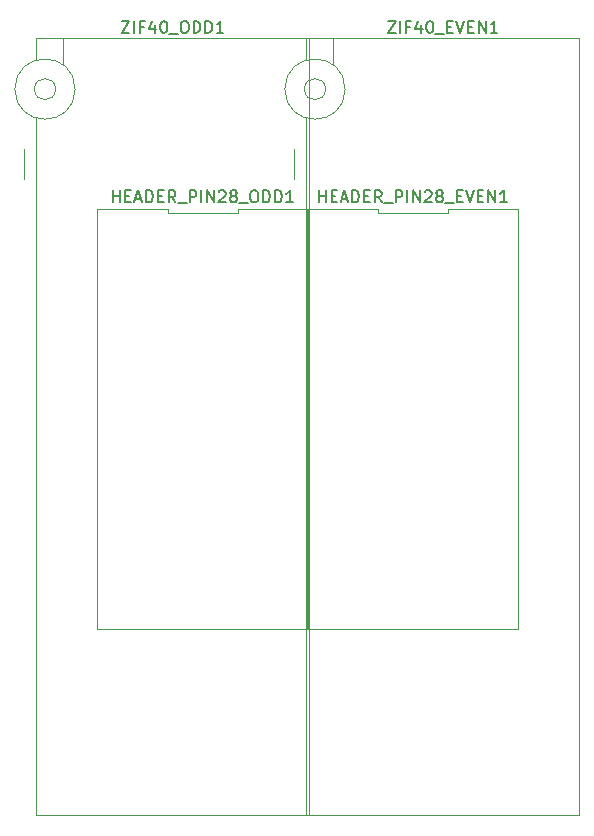
<source format=gto>
G04 #@! TF.GenerationSoftware,KiCad,Pcbnew,(5.1.5)-3*
G04 #@! TF.CreationDate,2021-04-08T22:52:58+09:00*
G04 #@! TF.ProjectId,ROM28toEPROM32,524f4d32-3874-46f4-9550-524f4d33322e,rev?*
G04 #@! TF.SameCoordinates,Original*
G04 #@! TF.FileFunction,Legend,Top*
G04 #@! TF.FilePolarity,Positive*
%FSLAX46Y46*%
G04 Gerber Fmt 4.6, Leading zero omitted, Abs format (unit mm)*
G04 Created by KiCad (PCBNEW (5.1.5)-3) date 2021-04-08 22:52:58*
%MOMM*%
%LPD*%
G04 APERTURE LIST*
%ADD10C,0.120000*%
%ADD11C,0.150000*%
G04 APERTURE END LIST*
D10*
X101166667Y-64994000D02*
X95220001Y-64994000D01*
X101166667Y-65354000D02*
X101166667Y-64994000D01*
X107113333Y-65354000D02*
X101166667Y-65354000D01*
X107113333Y-64994000D02*
X107113333Y-65354000D01*
X113060000Y-64994000D02*
X107113333Y-64994000D01*
X113059999Y-100614000D02*
X113060000Y-64994000D01*
X95220000Y-100614000D02*
X113059999Y-100614000D01*
X95220001Y-64994000D02*
X95220000Y-100614000D01*
X83386667Y-64994000D02*
X77440001Y-64994000D01*
X83386667Y-65354000D02*
X83386667Y-64994000D01*
X89333333Y-65354000D02*
X83386667Y-65354000D01*
X89333333Y-64994000D02*
X89333333Y-65354000D01*
X95280000Y-64994000D02*
X89333333Y-64994000D01*
X95279999Y-100614000D02*
X95280000Y-64994000D01*
X77440000Y-100614000D02*
X95279999Y-100614000D01*
X77440001Y-64994000D02*
X77440000Y-100614000D01*
X94110000Y-62484000D02*
X94110000Y-59944000D01*
X97410000Y-50554000D02*
X97410000Y-52814000D01*
X95130000Y-50554000D02*
X95130000Y-52414000D01*
X118230000Y-50554000D02*
X95130000Y-50554000D01*
X118230000Y-116354000D02*
X118230000Y-50554000D01*
X95130000Y-116354000D02*
X118230000Y-116354000D01*
X95130000Y-57314000D02*
X95130000Y-116354000D01*
X96760000Y-54864000D02*
G75*
G03X96760000Y-54864000I-900000J0D01*
G01*
X98410000Y-54864000D02*
G75*
G03X98410000Y-54864000I-2550000J0D01*
G01*
X71250000Y-62484000D02*
X71250000Y-59944000D01*
X74550000Y-50554000D02*
X74550000Y-52814000D01*
X72270000Y-50554000D02*
X72270000Y-52414000D01*
X95370000Y-50554000D02*
X72270000Y-50554000D01*
X95370000Y-116354000D02*
X95370000Y-50554000D01*
X72270000Y-116354000D02*
X95370000Y-116354000D01*
X72270000Y-57314000D02*
X72270000Y-116354000D01*
X73900000Y-54864000D02*
G75*
G03X73900000Y-54864000I-900000J0D01*
G01*
X75550000Y-54864000D02*
G75*
G03X75550000Y-54864000I-2550000J0D01*
G01*
D11*
X96211428Y-64446380D02*
X96211428Y-63446380D01*
X96211428Y-63922571D02*
X96782857Y-63922571D01*
X96782857Y-64446380D02*
X96782857Y-63446380D01*
X97259047Y-63922571D02*
X97592380Y-63922571D01*
X97735238Y-64446380D02*
X97259047Y-64446380D01*
X97259047Y-63446380D01*
X97735238Y-63446380D01*
X98116190Y-64160666D02*
X98592380Y-64160666D01*
X98020952Y-64446380D02*
X98354285Y-63446380D01*
X98687619Y-64446380D01*
X99020952Y-64446380D02*
X99020952Y-63446380D01*
X99259047Y-63446380D01*
X99401904Y-63494000D01*
X99497142Y-63589238D01*
X99544761Y-63684476D01*
X99592380Y-63874952D01*
X99592380Y-64017809D01*
X99544761Y-64208285D01*
X99497142Y-64303523D01*
X99401904Y-64398761D01*
X99259047Y-64446380D01*
X99020952Y-64446380D01*
X100020952Y-63922571D02*
X100354285Y-63922571D01*
X100497142Y-64446380D02*
X100020952Y-64446380D01*
X100020952Y-63446380D01*
X100497142Y-63446380D01*
X101497142Y-64446380D02*
X101163809Y-63970190D01*
X100925714Y-64446380D02*
X100925714Y-63446380D01*
X101306666Y-63446380D01*
X101401904Y-63494000D01*
X101449523Y-63541619D01*
X101497142Y-63636857D01*
X101497142Y-63779714D01*
X101449523Y-63874952D01*
X101401904Y-63922571D01*
X101306666Y-63970190D01*
X100925714Y-63970190D01*
X101687619Y-64541619D02*
X102449523Y-64541619D01*
X102687619Y-64446380D02*
X102687619Y-63446380D01*
X103068571Y-63446380D01*
X103163809Y-63494000D01*
X103211428Y-63541619D01*
X103259047Y-63636857D01*
X103259047Y-63779714D01*
X103211428Y-63874952D01*
X103163809Y-63922571D01*
X103068571Y-63970190D01*
X102687619Y-63970190D01*
X103687619Y-64446380D02*
X103687619Y-63446380D01*
X104163809Y-64446380D02*
X104163809Y-63446380D01*
X104735238Y-64446380D01*
X104735238Y-63446380D01*
X105163809Y-63541619D02*
X105211428Y-63494000D01*
X105306666Y-63446380D01*
X105544761Y-63446380D01*
X105640000Y-63494000D01*
X105687619Y-63541619D01*
X105735238Y-63636857D01*
X105735238Y-63732095D01*
X105687619Y-63874952D01*
X105116190Y-64446380D01*
X105735238Y-64446380D01*
X106306666Y-63874952D02*
X106211428Y-63827333D01*
X106163809Y-63779714D01*
X106116190Y-63684476D01*
X106116190Y-63636857D01*
X106163809Y-63541619D01*
X106211428Y-63494000D01*
X106306666Y-63446380D01*
X106497142Y-63446380D01*
X106592380Y-63494000D01*
X106640000Y-63541619D01*
X106687619Y-63636857D01*
X106687619Y-63684476D01*
X106640000Y-63779714D01*
X106592380Y-63827333D01*
X106497142Y-63874952D01*
X106306666Y-63874952D01*
X106211428Y-63922571D01*
X106163809Y-63970190D01*
X106116190Y-64065428D01*
X106116190Y-64255904D01*
X106163809Y-64351142D01*
X106211428Y-64398761D01*
X106306666Y-64446380D01*
X106497142Y-64446380D01*
X106592380Y-64398761D01*
X106640000Y-64351142D01*
X106687619Y-64255904D01*
X106687619Y-64065428D01*
X106640000Y-63970190D01*
X106592380Y-63922571D01*
X106497142Y-63874952D01*
X106878095Y-64541619D02*
X107639999Y-64541619D01*
X107878095Y-63922571D02*
X108211428Y-63922571D01*
X108354285Y-64446380D02*
X107878095Y-64446380D01*
X107878095Y-63446380D01*
X108354285Y-63446380D01*
X108639999Y-63446380D02*
X108973333Y-64446380D01*
X109306666Y-63446380D01*
X109639999Y-63922571D02*
X109973333Y-63922571D01*
X110116190Y-64446380D02*
X109639999Y-64446380D01*
X109639999Y-63446380D01*
X110116190Y-63446380D01*
X110544761Y-64446380D02*
X110544761Y-63446380D01*
X111116190Y-64446380D01*
X111116190Y-63446380D01*
X112116190Y-64446380D02*
X111544761Y-64446380D01*
X111830476Y-64446380D02*
X111830476Y-63446380D01*
X111735238Y-63589238D01*
X111639999Y-63684476D01*
X111544761Y-63732095D01*
X78764761Y-64446380D02*
X78764761Y-63446380D01*
X78764761Y-63922571D02*
X79336190Y-63922571D01*
X79336190Y-64446380D02*
X79336190Y-63446380D01*
X79812380Y-63922571D02*
X80145714Y-63922571D01*
X80288571Y-64446380D02*
X79812380Y-64446380D01*
X79812380Y-63446380D01*
X80288571Y-63446380D01*
X80669523Y-64160666D02*
X81145714Y-64160666D01*
X80574285Y-64446380D02*
X80907619Y-63446380D01*
X81240952Y-64446380D01*
X81574285Y-64446380D02*
X81574285Y-63446380D01*
X81812380Y-63446380D01*
X81955238Y-63494000D01*
X82050476Y-63589238D01*
X82098095Y-63684476D01*
X82145714Y-63874952D01*
X82145714Y-64017809D01*
X82098095Y-64208285D01*
X82050476Y-64303523D01*
X81955238Y-64398761D01*
X81812380Y-64446380D01*
X81574285Y-64446380D01*
X82574285Y-63922571D02*
X82907619Y-63922571D01*
X83050476Y-64446380D02*
X82574285Y-64446380D01*
X82574285Y-63446380D01*
X83050476Y-63446380D01*
X84050476Y-64446380D02*
X83717142Y-63970190D01*
X83479047Y-64446380D02*
X83479047Y-63446380D01*
X83860000Y-63446380D01*
X83955238Y-63494000D01*
X84002857Y-63541619D01*
X84050476Y-63636857D01*
X84050476Y-63779714D01*
X84002857Y-63874952D01*
X83955238Y-63922571D01*
X83860000Y-63970190D01*
X83479047Y-63970190D01*
X84240952Y-64541619D02*
X85002857Y-64541619D01*
X85240952Y-64446380D02*
X85240952Y-63446380D01*
X85621904Y-63446380D01*
X85717142Y-63494000D01*
X85764761Y-63541619D01*
X85812380Y-63636857D01*
X85812380Y-63779714D01*
X85764761Y-63874952D01*
X85717142Y-63922571D01*
X85621904Y-63970190D01*
X85240952Y-63970190D01*
X86240952Y-64446380D02*
X86240952Y-63446380D01*
X86717142Y-64446380D02*
X86717142Y-63446380D01*
X87288571Y-64446380D01*
X87288571Y-63446380D01*
X87717142Y-63541619D02*
X87764761Y-63494000D01*
X87860000Y-63446380D01*
X88098095Y-63446380D01*
X88193333Y-63494000D01*
X88240952Y-63541619D01*
X88288571Y-63636857D01*
X88288571Y-63732095D01*
X88240952Y-63874952D01*
X87669523Y-64446380D01*
X88288571Y-64446380D01*
X88860000Y-63874952D02*
X88764761Y-63827333D01*
X88717142Y-63779714D01*
X88669523Y-63684476D01*
X88669523Y-63636857D01*
X88717142Y-63541619D01*
X88764761Y-63494000D01*
X88860000Y-63446380D01*
X89050476Y-63446380D01*
X89145714Y-63494000D01*
X89193333Y-63541619D01*
X89240952Y-63636857D01*
X89240952Y-63684476D01*
X89193333Y-63779714D01*
X89145714Y-63827333D01*
X89050476Y-63874952D01*
X88860000Y-63874952D01*
X88764761Y-63922571D01*
X88717142Y-63970190D01*
X88669523Y-64065428D01*
X88669523Y-64255904D01*
X88717142Y-64351142D01*
X88764761Y-64398761D01*
X88860000Y-64446380D01*
X89050476Y-64446380D01*
X89145714Y-64398761D01*
X89193333Y-64351142D01*
X89240952Y-64255904D01*
X89240952Y-64065428D01*
X89193333Y-63970190D01*
X89145714Y-63922571D01*
X89050476Y-63874952D01*
X89431428Y-64541619D02*
X90193333Y-64541619D01*
X90621904Y-63446380D02*
X90812380Y-63446380D01*
X90907619Y-63494000D01*
X91002857Y-63589238D01*
X91050476Y-63779714D01*
X91050476Y-64113047D01*
X91002857Y-64303523D01*
X90907619Y-64398761D01*
X90812380Y-64446380D01*
X90621904Y-64446380D01*
X90526666Y-64398761D01*
X90431428Y-64303523D01*
X90383809Y-64113047D01*
X90383809Y-63779714D01*
X90431428Y-63589238D01*
X90526666Y-63494000D01*
X90621904Y-63446380D01*
X91479047Y-64446380D02*
X91479047Y-63446380D01*
X91717142Y-63446380D01*
X91860000Y-63494000D01*
X91955238Y-63589238D01*
X92002857Y-63684476D01*
X92050476Y-63874952D01*
X92050476Y-64017809D01*
X92002857Y-64208285D01*
X91955238Y-64303523D01*
X91860000Y-64398761D01*
X91717142Y-64446380D01*
X91479047Y-64446380D01*
X92479047Y-64446380D02*
X92479047Y-63446380D01*
X92717142Y-63446380D01*
X92860000Y-63494000D01*
X92955238Y-63589238D01*
X93002857Y-63684476D01*
X93050476Y-63874952D01*
X93050476Y-64017809D01*
X93002857Y-64208285D01*
X92955238Y-64303523D01*
X92860000Y-64398761D01*
X92717142Y-64446380D01*
X92479047Y-64446380D01*
X94002857Y-64446380D02*
X93431428Y-64446380D01*
X93717142Y-64446380D02*
X93717142Y-63446380D01*
X93621904Y-63589238D01*
X93526666Y-63684476D01*
X93431428Y-63732095D01*
X102013333Y-49106380D02*
X102680000Y-49106380D01*
X102013333Y-50106380D01*
X102680000Y-50106380D01*
X103060952Y-50106380D02*
X103060952Y-49106380D01*
X103870476Y-49582571D02*
X103537142Y-49582571D01*
X103537142Y-50106380D02*
X103537142Y-49106380D01*
X104013333Y-49106380D01*
X104822857Y-49439714D02*
X104822857Y-50106380D01*
X104584761Y-49058761D02*
X104346666Y-49773047D01*
X104965714Y-49773047D01*
X105537142Y-49106380D02*
X105632380Y-49106380D01*
X105727619Y-49154000D01*
X105775238Y-49201619D01*
X105822857Y-49296857D01*
X105870476Y-49487333D01*
X105870476Y-49725428D01*
X105822857Y-49915904D01*
X105775238Y-50011142D01*
X105727619Y-50058761D01*
X105632380Y-50106380D01*
X105537142Y-50106380D01*
X105441904Y-50058761D01*
X105394285Y-50011142D01*
X105346666Y-49915904D01*
X105299047Y-49725428D01*
X105299047Y-49487333D01*
X105346666Y-49296857D01*
X105394285Y-49201619D01*
X105441904Y-49154000D01*
X105537142Y-49106380D01*
X106060952Y-50201619D02*
X106822857Y-50201619D01*
X107060952Y-49582571D02*
X107394285Y-49582571D01*
X107537142Y-50106380D02*
X107060952Y-50106380D01*
X107060952Y-49106380D01*
X107537142Y-49106380D01*
X107822857Y-49106380D02*
X108156190Y-50106380D01*
X108489523Y-49106380D01*
X108822857Y-49582571D02*
X109156190Y-49582571D01*
X109299047Y-50106380D02*
X108822857Y-50106380D01*
X108822857Y-49106380D01*
X109299047Y-49106380D01*
X109727619Y-50106380D02*
X109727619Y-49106380D01*
X110299047Y-50106380D01*
X110299047Y-49106380D01*
X111299047Y-50106380D02*
X110727619Y-50106380D01*
X111013333Y-50106380D02*
X111013333Y-49106380D01*
X110918095Y-49249238D01*
X110822857Y-49344476D01*
X110727619Y-49392095D01*
X79486666Y-49106380D02*
X80153333Y-49106380D01*
X79486666Y-50106380D01*
X80153333Y-50106380D01*
X80534285Y-50106380D02*
X80534285Y-49106380D01*
X81343809Y-49582571D02*
X81010476Y-49582571D01*
X81010476Y-50106380D02*
X81010476Y-49106380D01*
X81486666Y-49106380D01*
X82296190Y-49439714D02*
X82296190Y-50106380D01*
X82058095Y-49058761D02*
X81820000Y-49773047D01*
X82439047Y-49773047D01*
X83010476Y-49106380D02*
X83105714Y-49106380D01*
X83200952Y-49154000D01*
X83248571Y-49201619D01*
X83296190Y-49296857D01*
X83343809Y-49487333D01*
X83343809Y-49725428D01*
X83296190Y-49915904D01*
X83248571Y-50011142D01*
X83200952Y-50058761D01*
X83105714Y-50106380D01*
X83010476Y-50106380D01*
X82915238Y-50058761D01*
X82867619Y-50011142D01*
X82820000Y-49915904D01*
X82772380Y-49725428D01*
X82772380Y-49487333D01*
X82820000Y-49296857D01*
X82867619Y-49201619D01*
X82915238Y-49154000D01*
X83010476Y-49106380D01*
X83534285Y-50201619D02*
X84296190Y-50201619D01*
X84724761Y-49106380D02*
X84915238Y-49106380D01*
X85010476Y-49154000D01*
X85105714Y-49249238D01*
X85153333Y-49439714D01*
X85153333Y-49773047D01*
X85105714Y-49963523D01*
X85010476Y-50058761D01*
X84915238Y-50106380D01*
X84724761Y-50106380D01*
X84629523Y-50058761D01*
X84534285Y-49963523D01*
X84486666Y-49773047D01*
X84486666Y-49439714D01*
X84534285Y-49249238D01*
X84629523Y-49154000D01*
X84724761Y-49106380D01*
X85581904Y-50106380D02*
X85581904Y-49106380D01*
X85820000Y-49106380D01*
X85962857Y-49154000D01*
X86058095Y-49249238D01*
X86105714Y-49344476D01*
X86153333Y-49534952D01*
X86153333Y-49677809D01*
X86105714Y-49868285D01*
X86058095Y-49963523D01*
X85962857Y-50058761D01*
X85820000Y-50106380D01*
X85581904Y-50106380D01*
X86581904Y-50106380D02*
X86581904Y-49106380D01*
X86820000Y-49106380D01*
X86962857Y-49154000D01*
X87058095Y-49249238D01*
X87105714Y-49344476D01*
X87153333Y-49534952D01*
X87153333Y-49677809D01*
X87105714Y-49868285D01*
X87058095Y-49963523D01*
X86962857Y-50058761D01*
X86820000Y-50106380D01*
X86581904Y-50106380D01*
X88105714Y-50106380D02*
X87534285Y-50106380D01*
X87820000Y-50106380D02*
X87820000Y-49106380D01*
X87724761Y-49249238D01*
X87629523Y-49344476D01*
X87534285Y-49392095D01*
M02*

</source>
